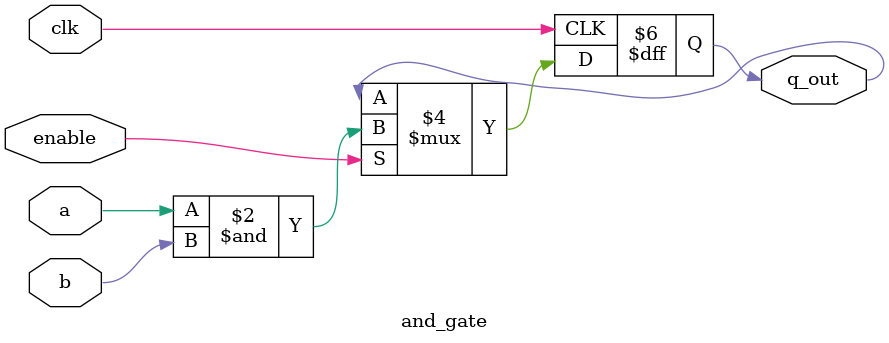
<source format=sv>
`timescale 1ns / 1ps


module and_gate(
  input logic a,b,enable,
  input bit clk,
  output logic q_out
    );
    
  
    always_ff @(posedge clk)
     begin
      if(enable)
        q_out = a & b;
     end
     
endmodule

</source>
